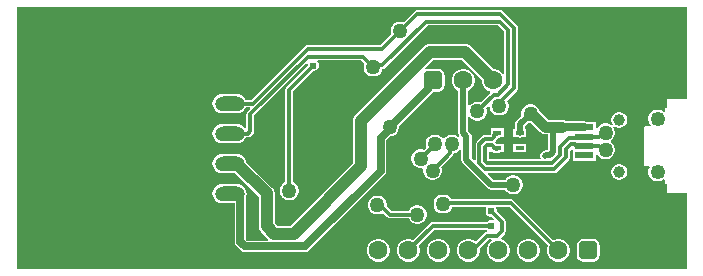
<source format=gbl>
G04*
G04 #@! TF.GenerationSoftware,Altium Limited,Altium Designer,24.3.1 (35)*
G04*
G04 Layer_Physical_Order=2*
G04 Layer_Color=16711680*
%FSLAX44Y44*%
%MOMM*%
G71*
G04*
G04 #@! TF.SameCoordinates,DD5606FB-0AE3-4311-A501-CF171F200833*
G04*
G04*
G04 #@! TF.FilePolarity,Positive*
G04*
G01*
G75*
%ADD50C,0.3048*%
%ADD52C,1.0160*%
%ADD53C,0.8890*%
%ADD54C,0.5080*%
%ADD55C,0.6350*%
%ADD56O,2.5400X1.2700*%
%ADD57R,2.5400X1.2700*%
%ADD58C,1.6000*%
G04:AMPARAMS|DCode=59|XSize=1.6mm|YSize=1.6mm|CornerRadius=0.4mm|HoleSize=0mm|Usage=FLASHONLY|Rotation=180.000|XOffset=0mm|YOffset=0mm|HoleType=Round|Shape=RoundedRectangle|*
%AMROUNDEDRECTD59*
21,1,1.6000,0.8000,0,0,180.0*
21,1,0.8000,1.6000,0,0,180.0*
1,1,0.8000,-0.4000,0.4000*
1,1,0.8000,0.4000,0.4000*
1,1,0.8000,0.4000,-0.4000*
1,1,0.8000,-0.4000,-0.4000*
%
%ADD59ROUNDEDRECTD59*%
%ADD60O,3.2500X1.6250*%
%ADD61C,1.2500*%
%ADD62C,1.0000*%
%ADD63C,1.2700*%
%ADD64C,0.6096*%
%ADD65R,0.8000X0.3500*%
%ADD66R,0.8000X0.4000*%
%ADD67R,2.3000X2.2000*%
%ADD68R,1.6000X0.5500*%
G36*
X574294Y151113D02*
X558004D01*
X557360Y150985D01*
X556814Y150620D01*
X556449Y150074D01*
X556321Y149430D01*
Y140333D01*
X555051Y139807D01*
X554605Y140252D01*
X552804Y141293D01*
X550794Y141831D01*
X548714D01*
X546704Y141293D01*
X544903Y140252D01*
X543432Y138781D01*
X542391Y136980D01*
X541853Y134970D01*
Y132890D01*
X542391Y130880D01*
X543432Y129079D01*
X543724Y128787D01*
X543238Y127613D01*
X539754D01*
X539110Y127485D01*
X538564Y127120D01*
X538199Y126574D01*
X538071Y125930D01*
Y95930D01*
X538199Y95286D01*
X538564Y94740D01*
X539110Y94375D01*
X539754Y94247D01*
X542234D01*
X542967Y92977D01*
X542391Y91980D01*
X541853Y89970D01*
Y87890D01*
X542391Y85880D01*
X543432Y84079D01*
X544903Y82608D01*
X546704Y81567D01*
X548714Y81029D01*
X550794D01*
X552804Y81567D01*
X554605Y82608D01*
X555051Y83053D01*
X556321Y82527D01*
Y72430D01*
X556449Y71786D01*
X556814Y71240D01*
X557360Y70875D01*
X558004Y70747D01*
X574294D01*
Y6430D01*
X7112D01*
Y228854D01*
X574294D01*
Y151113D01*
D02*
G37*
%LPC*%
G36*
X416306Y225995D02*
X346202D01*
X344963Y225749D01*
X343913Y225047D01*
X334646Y215780D01*
X332777Y216281D01*
X330671D01*
X328636Y215736D01*
X326811Y214682D01*
X325322Y213193D01*
X324268Y211368D01*
X323723Y209333D01*
Y207227D01*
X324224Y205358D01*
X315143Y196277D01*
X253288D01*
X252049Y196031D01*
X250999Y195329D01*
X205737Y150067D01*
X200923D01*
X200593Y150865D01*
X199310Y152536D01*
X197639Y153819D01*
X195693Y154625D01*
X193604Y154900D01*
X180904D01*
X178815Y154625D01*
X176869Y153819D01*
X175198Y152536D01*
X173915Y150865D01*
X173109Y148919D01*
X172834Y146830D01*
X173109Y144741D01*
X173915Y142795D01*
X175198Y141124D01*
X176869Y139841D01*
X178815Y139035D01*
X180904Y138760D01*
X193604D01*
X195693Y139035D01*
X197639Y139841D01*
X199310Y141124D01*
X200593Y142795D01*
X200923Y143593D01*
X204248D01*
X204734Y142420D01*
X202435Y140120D01*
X201733Y139070D01*
X201487Y137831D01*
Y126386D01*
X200217Y125955D01*
X199310Y127136D01*
X197639Y128419D01*
X195693Y129225D01*
X193604Y129500D01*
X180904D01*
X178815Y129225D01*
X176869Y128419D01*
X175198Y127136D01*
X173915Y125465D01*
X173109Y123519D01*
X172834Y121430D01*
X173109Y119341D01*
X173915Y117395D01*
X175198Y115724D01*
X176869Y114441D01*
X178815Y113635D01*
X180904Y113360D01*
X193604D01*
X195693Y113635D01*
X197639Y114441D01*
X199310Y115724D01*
X200593Y117395D01*
X200923Y118193D01*
X202938D01*
X204177Y118439D01*
X205228Y119141D01*
X207013Y120926D01*
X207715Y121977D01*
X207961Y123216D01*
Y136490D01*
X252354Y180883D01*
X253431Y180164D01*
X253365Y180005D01*
Y178949D01*
X235455Y161039D01*
X234753Y159989D01*
X234507Y158750D01*
Y80395D01*
X232831Y79427D01*
X231342Y77938D01*
X230288Y76113D01*
X229743Y74078D01*
Y71972D01*
X230288Y69937D01*
X231342Y68112D01*
X232831Y66623D01*
X234656Y65569D01*
X236691Y65024D01*
X238797D01*
X240832Y65569D01*
X242657Y66623D01*
X244146Y68112D01*
X245200Y69937D01*
X245745Y71972D01*
Y74078D01*
X245200Y76113D01*
X244146Y77938D01*
X242657Y79427D01*
X240981Y80395D01*
Y157409D01*
X257943Y174371D01*
X258999D01*
X260726Y175086D01*
X262048Y176408D01*
X262763Y178135D01*
Y180005D01*
X262048Y181732D01*
X261597Y182183D01*
X262123Y183453D01*
X298633D01*
X301364Y180722D01*
X300863Y178853D01*
Y176747D01*
X301408Y174712D01*
X302462Y172887D01*
X303951Y171398D01*
X305776Y170344D01*
X307811Y169799D01*
X309917D01*
X311952Y170344D01*
X313777Y171398D01*
X315266Y172887D01*
X316320Y174712D01*
X316682Y176063D01*
X316714D01*
X317953Y176309D01*
X319003Y177011D01*
X355036Y213044D01*
X414797D01*
X419779Y208061D01*
Y172294D01*
X418509Y171953D01*
X418277Y172356D01*
X416480Y174153D01*
X414279Y175423D01*
X411825Y176081D01*
X410504D01*
X391285Y195301D01*
X389879Y196380D01*
X388241Y197058D01*
X386484Y197289D01*
X357124D01*
X355367Y197058D01*
X353730Y196380D01*
X352323Y195301D01*
X293903Y136881D01*
X292824Y135475D01*
X292146Y133837D01*
X291915Y132080D01*
Y96538D01*
X238996Y43619D01*
X227458D01*
X225483Y45594D01*
Y70940D01*
X225252Y72697D01*
X224573Y74335D01*
X223495Y75741D01*
X201442Y97793D01*
X201399Y98119D01*
X200593Y100065D01*
X199310Y101736D01*
X197639Y103019D01*
X195693Y103825D01*
X193604Y104100D01*
X180904D01*
X178815Y103825D01*
X176869Y103019D01*
X175198Y101736D01*
X173915Y100065D01*
X173109Y98119D01*
X172834Y96030D01*
X173109Y93941D01*
X173915Y91995D01*
X175198Y90324D01*
X176869Y89041D01*
X178815Y88235D01*
X180904Y87960D01*
X192073D01*
X211905Y68128D01*
Y42782D01*
X212136Y41024D01*
X212815Y39387D01*
X213893Y37981D01*
X219716Y32158D01*
X219643Y31644D01*
X219246Y30888D01*
X202294D01*
X201457Y31725D01*
Y65979D01*
X201094Y67805D01*
X201399Y68541D01*
X201674Y70630D01*
X201399Y72719D01*
X200593Y74665D01*
X199310Y76336D01*
X197639Y77619D01*
X195693Y78425D01*
X193604Y78700D01*
X180904D01*
X178815Y78425D01*
X176869Y77619D01*
X175198Y76336D01*
X173915Y74665D01*
X173109Y72719D01*
X172834Y70630D01*
X173109Y68541D01*
X173915Y66595D01*
X175198Y64924D01*
X176869Y63641D01*
X178815Y62835D01*
X180904Y62560D01*
X191616D01*
Y29687D01*
X191991Y27804D01*
X193057Y26208D01*
X196777Y22488D01*
X198373Y21421D01*
X200256Y21047D01*
X251012D01*
X252894Y21421D01*
X254491Y22488D01*
X318693Y86691D01*
X319760Y88287D01*
X320135Y90170D01*
Y115719D01*
X323414Y118999D01*
X323887D01*
X325922Y119544D01*
X327747Y120598D01*
X329236Y122087D01*
X330290Y123912D01*
X330835Y125947D01*
Y128042D01*
X358918Y156125D01*
X359281Y156668D01*
X363754D01*
X365959Y157107D01*
X367828Y158356D01*
X369077Y160225D01*
X369516Y162430D01*
Y170430D01*
X369077Y172635D01*
X367828Y174504D01*
X365959Y175753D01*
X363754Y176192D01*
X355754D01*
X353830Y175809D01*
X353114Y176781D01*
X353082Y176856D01*
X359936Y183711D01*
X383672D01*
X400903Y166480D01*
Y165159D01*
X401561Y162705D01*
X402831Y160504D01*
X404628Y158707D01*
X406829Y157437D01*
X407644Y157218D01*
X408023Y155802D01*
X400056Y147835D01*
X398187Y148336D01*
X396081D01*
X394046Y147791D01*
X392221Y146737D01*
X390732Y145248D01*
X390697Y145188D01*
X389427Y145528D01*
Y157753D01*
X391080Y158707D01*
X392877Y160504D01*
X394147Y162705D01*
X394805Y165159D01*
Y167701D01*
X394147Y170155D01*
X392877Y172356D01*
X391080Y174153D01*
X388879Y175423D01*
X386425Y176081D01*
X383883D01*
X381429Y175423D01*
X379228Y174153D01*
X377431Y172356D01*
X376161Y170155D01*
X375503Y167701D01*
Y165159D01*
X376161Y162705D01*
X377431Y160504D01*
X379228Y158707D01*
X380881Y157753D01*
Y121968D01*
X381206Y120333D01*
X381945Y119227D01*
X380959Y118417D01*
X380452Y118924D01*
X378627Y119978D01*
X376592Y120523D01*
X374486D01*
X372451Y119978D01*
X370626Y118924D01*
X369137Y117435D01*
X368998Y117196D01*
X367729D01*
X367590Y117435D01*
X366101Y118924D01*
X364276Y119978D01*
X362241Y120523D01*
X360135D01*
X358100Y119978D01*
X356275Y118924D01*
X354786Y117435D01*
X353732Y115610D01*
X353187Y113575D01*
Y111469D01*
X353690Y109590D01*
X351921Y107821D01*
X350062Y108319D01*
X347955D01*
X345920Y107773D01*
X344096Y106720D01*
X342606Y105230D01*
X341553Y103406D01*
X341007Y101371D01*
Y99264D01*
X341553Y97229D01*
X342606Y95405D01*
X344096Y93915D01*
X345920Y92862D01*
X347955Y92317D01*
X350062D01*
X350328Y92388D01*
X351227Y91490D01*
X351155Y91223D01*
Y89117D01*
X351700Y87082D01*
X352754Y85257D01*
X354243Y83768D01*
X356068Y82714D01*
X358103Y82169D01*
X360209D01*
X362244Y82714D01*
X364069Y83768D01*
X365558Y85257D01*
X366612Y87082D01*
X367157Y89117D01*
Y91223D01*
X366656Y93092D01*
X375981Y102417D01*
X376683Y103467D01*
X376909Y104606D01*
X378627Y105066D01*
X380452Y106120D01*
X381941Y107609D01*
X382315Y108256D01*
X383585Y107916D01*
Y99041D01*
X383910Y97406D01*
X384836Y96019D01*
X405773Y75083D01*
X407159Y74157D01*
X408794Y73832D01*
X420647D01*
X421016Y73192D01*
X422505Y71703D01*
X424330Y70649D01*
X426365Y70104D01*
X428472D01*
X430507Y70649D01*
X432331Y71703D01*
X433821Y73192D01*
X434874Y75017D01*
X435419Y77052D01*
Y79158D01*
X434874Y81193D01*
X433821Y83018D01*
X432331Y84507D01*
X430507Y85561D01*
X428472Y86106D01*
X426365D01*
X424330Y85561D01*
X422505Y84507D01*
X421016Y83018D01*
X420647Y82378D01*
X410564D01*
X405913Y87029D01*
X406399Y88203D01*
X462125D01*
X463363Y88449D01*
X464414Y89151D01*
X474602Y99339D01*
X475304Y100390D01*
X475550Y101628D01*
Y106783D01*
X476833Y108066D01*
X478103Y107540D01*
Y98529D01*
X497405D01*
Y103604D01*
X498675Y103945D01*
X499312Y102842D01*
X500801Y101352D01*
X502626Y100299D01*
X504661Y99754D01*
X506767D01*
X508802Y100299D01*
X510627Y101352D01*
X512116Y102842D01*
X513170Y104666D01*
X513715Y106701D01*
Y108808D01*
X513170Y110843D01*
X512116Y112667D01*
X510627Y114157D01*
X510387Y114295D01*
Y115565D01*
X510627Y115703D01*
X512116Y117193D01*
X513170Y119017D01*
X513715Y121052D01*
Y123159D01*
X513170Y125194D01*
X512301Y126698D01*
X513170Y127608D01*
X514687Y126732D01*
X516378Y126279D01*
X518130D01*
X519821Y126732D01*
X521338Y127608D01*
X522576Y128846D01*
X523452Y130363D01*
X523905Y132054D01*
Y133806D01*
X523452Y135497D01*
X522576Y137014D01*
X521338Y138252D01*
X519821Y139128D01*
X518130Y139581D01*
X516378D01*
X514687Y139128D01*
X513170Y138252D01*
X511932Y137014D01*
X511056Y135497D01*
X510603Y133806D01*
Y132054D01*
X511056Y130363D01*
X511723Y129207D01*
X510707Y128427D01*
X510627Y128508D01*
X508802Y129561D01*
X506767Y130106D01*
X504661D01*
X502626Y129561D01*
X500801Y128508D01*
X499312Y127018D01*
X498675Y125916D01*
X497405Y126256D01*
Y131331D01*
X489854D01*
X489637Y131476D01*
X487754Y131851D01*
X472492D01*
X471263Y132672D01*
X468884Y133145D01*
X457319D01*
X449934Y140531D01*
X449670Y141518D01*
X448616Y143343D01*
X447127Y144832D01*
X445302Y145886D01*
X443267Y146431D01*
X441161D01*
X439126Y145886D01*
X437301Y144832D01*
X435812Y143343D01*
X434758Y141518D01*
X434213Y139483D01*
Y137377D01*
X434404Y136663D01*
X430233Y132492D01*
X429307Y131106D01*
X428982Y129471D01*
Y125725D01*
X427267D01*
Y118923D01*
X430464D01*
X431283Y118376D01*
X432918Y118051D01*
X434553Y118376D01*
X435372Y118923D01*
X438569D01*
Y125725D01*
X437528D01*
Y127701D01*
X440447Y130620D01*
X441161Y130429D01*
X442456D01*
X450350Y122535D01*
X452366Y121188D01*
X454745Y120715D01*
X457245D01*
Y107870D01*
X456772Y107397D01*
X454835D01*
X453200Y107072D01*
X451814Y106146D01*
X451433Y105765D01*
X450506Y104378D01*
X450181Y102743D01*
X450506Y101108D01*
X450660Y100877D01*
X450062Y99757D01*
X407097D01*
Y105431D01*
X408267Y105673D01*
Y105673D01*
X410517D01*
X411429Y105063D01*
X412668Y104817D01*
X413918D01*
X415157Y105063D01*
X416069Y105673D01*
X419569D01*
Y112975D01*
X413274D01*
X412560Y113688D01*
X412084Y114554D01*
X412560Y115420D01*
X413731Y116590D01*
X414433Y117641D01*
X414491Y117931D01*
X415157Y118063D01*
X416069Y118673D01*
X419569D01*
Y125975D01*
X408267D01*
Y120331D01*
X403541D01*
X402303Y120085D01*
X401252Y119383D01*
X396491Y114622D01*
X395789Y113572D01*
X395543Y112333D01*
Y99059D01*
X394370Y98573D01*
X392131Y100811D01*
Y119264D01*
X391806Y120900D01*
X390880Y122286D01*
X389427Y123738D01*
Y135142D01*
X390697Y135482D01*
X390732Y135422D01*
X392221Y133933D01*
X394046Y132879D01*
X396081Y132334D01*
X398187D01*
X400222Y132879D01*
X402047Y133933D01*
X403537Y135422D01*
X404590Y137247D01*
X405135Y139282D01*
Y141388D01*
X404634Y143257D01*
X406273Y144896D01*
X407543Y144370D01*
Y143727D01*
X408088Y141692D01*
X409142Y139867D01*
X410631Y138378D01*
X412456Y137324D01*
X414491Y136779D01*
X416597D01*
X418632Y137324D01*
X420457Y138378D01*
X421946Y139867D01*
X423000Y141692D01*
X423545Y143727D01*
Y145833D01*
X423000Y147868D01*
X422121Y149391D01*
X430533Y157803D01*
X431235Y158853D01*
X431481Y160092D01*
Y210820D01*
X431235Y212059D01*
X430533Y213109D01*
X418595Y225047D01*
X417545Y225749D01*
X416306Y225995D01*
D02*
G37*
G36*
X438569Y112725D02*
X427267D01*
Y105923D01*
X438569D01*
Y112725D01*
D02*
G37*
G36*
X518130Y95581D02*
X516378D01*
X514687Y95128D01*
X513170Y94252D01*
X511932Y93014D01*
X511056Y91497D01*
X510603Y89806D01*
Y88054D01*
X511056Y86363D01*
X511932Y84846D01*
X513170Y83608D01*
X514687Y82732D01*
X516378Y82279D01*
X518130D01*
X519821Y82732D01*
X521338Y83608D01*
X522576Y84846D01*
X523452Y86363D01*
X523905Y88054D01*
Y89806D01*
X523452Y91497D01*
X522576Y93014D01*
X521338Y94252D01*
X519821Y95128D01*
X518130Y95581D01*
D02*
G37*
G36*
X313473Y68961D02*
X311367D01*
X309332Y68416D01*
X307507Y67362D01*
X306018Y65873D01*
X304964Y64048D01*
X304419Y62013D01*
Y59907D01*
X304964Y57872D01*
X306018Y56047D01*
X307507Y54558D01*
X309332Y53504D01*
X311367Y52959D01*
X313473D01*
X315508Y53504D01*
X317031Y54383D01*
X320871Y50543D01*
X321921Y49841D01*
X323160Y49595D01*
X338832D01*
X339800Y47919D01*
X341289Y46430D01*
X343114Y45376D01*
X345149Y44831D01*
X347255D01*
X349290Y45376D01*
X351115Y46430D01*
X352604Y47919D01*
X353658Y49744D01*
X354203Y51779D01*
Y53885D01*
X353658Y55920D01*
X352604Y57745D01*
X351115Y59234D01*
X349290Y60288D01*
X347255Y60833D01*
X345149D01*
X343114Y60288D01*
X341289Y59234D01*
X339800Y57745D01*
X338832Y56069D01*
X324501D01*
X320421Y60149D01*
Y62013D01*
X319876Y64048D01*
X318822Y65873D01*
X317333Y67362D01*
X315508Y68416D01*
X313473Y68961D01*
D02*
G37*
G36*
X369084Y69825D02*
X366977D01*
X364942Y69280D01*
X363118Y68226D01*
X361628Y66736D01*
X360575Y64912D01*
X360029Y62877D01*
Y60771D01*
X360575Y58736D01*
X361628Y56911D01*
X363118Y55421D01*
X364942Y54368D01*
X366977Y53823D01*
X369084D01*
X371119Y54368D01*
X372943Y55421D01*
X374433Y56911D01*
X375486Y58736D01*
X375735Y59664D01*
X404420D01*
X404906Y58491D01*
X404829Y58415D01*
X404114Y56688D01*
Y54818D01*
X404829Y53091D01*
X406151Y51769D01*
X407878Y51054D01*
X408934D01*
X410909Y49079D01*
X410189Y48003D01*
X409875Y48133D01*
X408005D01*
X406278Y47418D01*
X405532Y46671D01*
X359380D01*
X358141Y46425D01*
X357090Y45723D01*
X342768Y31400D01*
X342330Y31653D01*
X339876Y32310D01*
X337334D01*
X334880Y31653D01*
X332679Y30382D01*
X330882Y28585D01*
X329612Y26385D01*
X328954Y23930D01*
Y21389D01*
X329612Y18934D01*
X330882Y16734D01*
X332679Y14937D01*
X334880Y13666D01*
X337334Y13008D01*
X339876D01*
X342330Y13666D01*
X344531Y14937D01*
X346328Y16734D01*
X347598Y18934D01*
X348256Y21389D01*
Y23930D01*
X347598Y26385D01*
X347346Y26822D01*
X360720Y40197D01*
X405097D01*
X405610Y39612D01*
X405299Y38688D01*
X405057Y38317D01*
X403944Y38096D01*
X402894Y37394D01*
X395606Y30106D01*
X395331Y30382D01*
X393130Y31653D01*
X390676Y32310D01*
X388134D01*
X385680Y31653D01*
X383479Y30382D01*
X381682Y28585D01*
X380412Y26385D01*
X379754Y23930D01*
Y21389D01*
X380412Y18934D01*
X381682Y16734D01*
X383479Y14937D01*
X385680Y13666D01*
X388134Y13008D01*
X390676D01*
X393130Y13666D01*
X395331Y14937D01*
X397128Y16734D01*
X398398Y18934D01*
X399056Y21389D01*
Y23930D01*
X398957Y24301D01*
X406524Y31868D01*
X408912D01*
X409253Y30598D01*
X408879Y30382D01*
X407082Y28585D01*
X405812Y26385D01*
X405154Y23930D01*
Y21389D01*
X405812Y18934D01*
X407082Y16734D01*
X408879Y14937D01*
X411080Y13666D01*
X413534Y13008D01*
X416076D01*
X418530Y13666D01*
X420731Y14937D01*
X422528Y16734D01*
X423798Y18934D01*
X424456Y21389D01*
Y23930D01*
X423798Y26385D01*
X422528Y28585D01*
X420731Y30382D01*
X418530Y31653D01*
X417313Y31979D01*
X416934Y33395D01*
X420119Y36580D01*
X420821Y37631D01*
X421067Y38870D01*
Y46736D01*
X420821Y47975D01*
X420119Y49025D01*
X413512Y55632D01*
Y56688D01*
X412797Y58415D01*
X412720Y58491D01*
X413206Y59664D01*
X424022D01*
X456864Y26822D01*
X456612Y26385D01*
X455954Y23930D01*
Y21389D01*
X456612Y18934D01*
X457882Y16734D01*
X459679Y14937D01*
X461880Y13666D01*
X464334Y13008D01*
X466876D01*
X469330Y13666D01*
X471531Y14937D01*
X473328Y16734D01*
X474598Y18934D01*
X475256Y21389D01*
Y23930D01*
X474598Y26385D01*
X473328Y28585D01*
X471531Y30382D01*
X469330Y31653D01*
X466876Y32310D01*
X464334D01*
X461880Y31653D01*
X461442Y31400D01*
X427652Y65191D01*
X426602Y65892D01*
X425363Y66139D01*
X374778D01*
X374433Y66736D01*
X372943Y68226D01*
X371119Y69280D01*
X369084Y69825D01*
D02*
G37*
G36*
X441476Y32310D02*
X438934D01*
X436480Y31653D01*
X434279Y30382D01*
X432482Y28585D01*
X431212Y26385D01*
X430554Y23930D01*
Y21389D01*
X431212Y18934D01*
X432482Y16734D01*
X434279Y14937D01*
X436480Y13666D01*
X438934Y13008D01*
X441476D01*
X443930Y13666D01*
X446131Y14937D01*
X447928Y16734D01*
X449198Y18934D01*
X449856Y21389D01*
Y23930D01*
X449198Y26385D01*
X447928Y28585D01*
X446131Y30382D01*
X443930Y31653D01*
X441476Y32310D01*
D02*
G37*
G36*
X365276D02*
X362734D01*
X360280Y31653D01*
X358079Y30382D01*
X356282Y28585D01*
X355012Y26385D01*
X354354Y23930D01*
Y21389D01*
X355012Y18934D01*
X356282Y16734D01*
X358079Y14937D01*
X360280Y13666D01*
X362734Y13008D01*
X365276D01*
X367730Y13666D01*
X369931Y14937D01*
X371728Y16734D01*
X372998Y18934D01*
X373656Y21389D01*
Y23930D01*
X372998Y26385D01*
X371728Y28585D01*
X369931Y30382D01*
X367730Y31653D01*
X365276Y32310D01*
D02*
G37*
G36*
X314476D02*
X311934D01*
X309480Y31653D01*
X307279Y30382D01*
X305482Y28585D01*
X304212Y26385D01*
X303554Y23930D01*
Y21389D01*
X304212Y18934D01*
X305482Y16734D01*
X307279Y14937D01*
X309480Y13666D01*
X311934Y13008D01*
X314476D01*
X316930Y13666D01*
X319131Y14937D01*
X320928Y16734D01*
X322198Y18934D01*
X322856Y21389D01*
Y23930D01*
X322198Y26385D01*
X320928Y28585D01*
X319131Y30382D01*
X316930Y31653D01*
X314476Y32310D01*
D02*
G37*
G36*
X495005Y32421D02*
X487005D01*
X484800Y31983D01*
X482931Y30733D01*
X481682Y28864D01*
X481243Y26659D01*
Y18659D01*
X481682Y16454D01*
X482931Y14585D01*
X484800Y13336D01*
X487005Y12898D01*
X495005D01*
X497210Y13336D01*
X499079Y14585D01*
X500328Y16454D01*
X500767Y18659D01*
Y26659D01*
X500328Y28864D01*
X499079Y30733D01*
X497210Y31983D01*
X495005Y32421D01*
D02*
G37*
%LPD*%
D50*
X425363Y62902D02*
X465605Y22659D01*
X369108Y62902D02*
X425363D01*
X368031Y61824D02*
X369108Y62902D01*
X479726Y112156D02*
X486528D01*
X487754Y110930D01*
Y94930D02*
X490026Y93704D01*
Y77406D02*
Y93704D01*
Y77406D02*
X491254Y67930D01*
X487754Y110930D02*
X499927D01*
X503102Y107754D01*
X505714D01*
X491254Y67930D02*
X546254D01*
X479726Y117704D02*
X486528D01*
X487754Y118930D01*
X499927D01*
X503102Y122106D01*
X505714D01*
X491254Y153930D02*
X546254D01*
X315032Y60960D02*
X323160Y52832D01*
X312420Y60960D02*
X315032D01*
X323160Y52832D02*
X346202D01*
X359380Y43434D02*
X408940D01*
X338605Y22659D02*
X359380Y43434D01*
X405183Y35105D02*
X414066D01*
X387353Y17275D02*
X405183Y35105D01*
X186737Y146313D02*
X187254Y146830D01*
X416306Y222758D02*
X428244Y210820D01*
X331724Y208280D02*
X346202Y222758D01*
X416306D01*
X237744Y158750D02*
X258064Y179070D01*
X237744Y73025D02*
Y158750D01*
X373692Y104706D02*
Y110675D01*
X349008Y100318D02*
Y100330D01*
X361188Y112510D02*
Y112522D01*
X373692Y110675D02*
X375539Y112522D01*
X359156Y90170D02*
X373692Y104706D01*
X349008Y100330D02*
X361188Y112510D01*
X405645Y112014D02*
X409656D01*
X398780Y96201D02*
X403541Y91440D01*
X398780Y112333D02*
X403541Y117094D01*
Y91440D02*
X462125D01*
X398780Y96201D02*
Y112333D01*
X403860Y98306D02*
Y110229D01*
X405645Y96520D02*
X460020D01*
X403860Y110229D02*
X405645Y112014D01*
X403860Y98306D02*
X405645Y96520D01*
X403541Y117094D02*
X409656D01*
X412668Y108054D02*
X413918D01*
X411442Y109280D02*
Y110229D01*
X412668Y121054D02*
X413918D01*
X409656Y117094D02*
X411442Y118879D01*
X409656Y112014D02*
X411442Y110229D01*
Y118879D02*
Y119828D01*
X412668Y121054D01*
X411442Y109280D02*
X412668Y108054D01*
X460020Y96520D02*
X467233Y103733D01*
X476579Y112390D02*
X479492D01*
X472313Y108124D02*
X476579Y112390D01*
X479492D02*
X479726Y112156D01*
X474475Y117470D02*
X479492D01*
X467233Y110228D02*
X474475Y117470D01*
X467233Y103733D02*
Y110228D01*
X462125Y91440D02*
X472313Y101628D01*
Y108124D01*
X479492Y117470D02*
X479726Y117704D01*
X353695Y216281D02*
X416138D01*
X316714Y179300D02*
X353695Y216281D01*
X416138D02*
X423016Y209402D01*
Y163088D02*
Y209402D01*
X308864Y177800D02*
X310364Y179300D01*
X316714D01*
X411104Y154305D02*
X414233D01*
X423016Y163088D01*
X397134Y140335D02*
X411104Y154305D01*
X415544Y147392D02*
X428244Y160092D01*
Y210820D01*
X415544Y144780D02*
Y147392D01*
X299974Y186690D02*
X308864Y177800D01*
X253583Y186690D02*
X299974D01*
X253288Y193040D02*
X316484D01*
X331724Y208280D01*
X187254Y146830D02*
X207078D01*
X253288Y193040D01*
X204724Y137831D02*
X253583Y186690D01*
X204724Y123216D02*
Y137831D01*
X187254Y121430D02*
X202938D01*
X204724Y123216D01*
X392824Y139941D02*
X396740D01*
X397134Y140335D01*
X414066Y35105D02*
X417830Y38870D01*
Y46736D01*
X408813Y55753D02*
X417830Y46736D01*
D52*
X187179Y95955D02*
X187254Y96030D01*
X241808Y36830D02*
X298704Y93726D01*
Y132080D02*
X357124Y190500D01*
X298704Y93726D02*
Y132080D01*
X224646Y36830D02*
X241808D01*
X386484Y190500D02*
X410554Y166430D01*
X357124Y190500D02*
X386484D01*
X218694Y42782D02*
Y70940D01*
Y42782D02*
X224646Y36830D01*
X187254Y96030D02*
X193604D01*
X218694Y70940D01*
D53*
X461518Y126930D02*
X468884D01*
X454745D02*
X461518D01*
X443245Y138430D02*
X454745Y126930D01*
X442214Y138430D02*
X443245D01*
D54*
X433255Y122661D02*
Y129471D01*
X432918Y122324D02*
X433255Y122661D01*
Y129471D02*
X442214Y138430D01*
X385154Y121968D02*
X387858Y119264D01*
Y99041D02*
Y119264D01*
Y99041D02*
X408794Y78105D01*
X385154Y121968D02*
Y166430D01*
X408794Y78105D02*
X427418D01*
X458542Y103124D02*
X461518Y106100D01*
Y126930D01*
X454835Y103124D02*
X458542D01*
X454454Y102743D02*
X454835Y103124D01*
D55*
X187245Y70621D02*
X187254Y70630D01*
X191886D01*
X200256Y25968D02*
X251012D01*
X315214Y90170D01*
X355438Y162114D02*
X359754Y166430D01*
X322834Y127000D02*
X355438Y159604D01*
Y162114D01*
X322834Y127000D02*
X322834D01*
X315214Y90170D02*
Y117757D01*
X468884Y126930D02*
X487754D01*
X315214Y117757D02*
X322834Y125377D01*
Y127000D01*
X196537Y29687D02*
Y65979D01*
Y29687D02*
X200256Y25968D01*
X191886Y70630D02*
X196537Y65979D01*
D56*
X187254Y70630D02*
D03*
Y96030D02*
D03*
Y121430D02*
D03*
Y146830D02*
D03*
D57*
Y172230D02*
D03*
D58*
X364005Y22659D02*
D03*
X414805D02*
D03*
X465605D02*
D03*
X440205D02*
D03*
X389405D02*
D03*
X338605D02*
D03*
X313205D02*
D03*
X410554Y166430D02*
D03*
X385154D02*
D03*
D59*
X491005Y22659D02*
D03*
X359754Y166430D02*
D03*
D60*
X549754Y169930D02*
D03*
Y52930D02*
D03*
D61*
Y133930D02*
D03*
Y88930D02*
D03*
D62*
X517254D02*
D03*
Y132930D02*
D03*
D63*
X365400Y205207D02*
D03*
X505714Y122106D02*
D03*
Y107754D02*
D03*
X346202Y52832D02*
D03*
X466344Y57150D02*
D03*
X301244Y158750D02*
D03*
X237744Y73025D02*
D03*
X361188Y112522D02*
D03*
X375539D02*
D03*
X359156Y90170D02*
D03*
X349008Y100318D02*
D03*
X427418Y78105D02*
D03*
X450088Y115062D02*
D03*
X368031Y61824D02*
D03*
X312420Y60960D02*
D03*
X322834Y127000D02*
D03*
X87884Y38100D02*
D03*
X86614Y199390D02*
D03*
X452374Y157480D02*
D03*
X442214Y138430D02*
D03*
X415544Y144780D02*
D03*
X308864Y177800D02*
D03*
X397134Y140335D02*
D03*
X331724Y208280D02*
D03*
D64*
X258064Y179070D02*
D03*
X408813Y55753D02*
D03*
X408940Y43434D02*
D03*
D65*
X432918Y109324D02*
D03*
Y122324D02*
D03*
Y115824D02*
D03*
D66*
X413918Y122324D02*
D03*
Y109324D02*
D03*
D67*
X491254Y67930D02*
D03*
Y153930D02*
D03*
X546254Y67930D02*
D03*
Y153930D02*
D03*
D68*
X487754Y94930D02*
D03*
Y102930D02*
D03*
Y110930D02*
D03*
Y118930D02*
D03*
Y126930D02*
D03*
M02*

</source>
